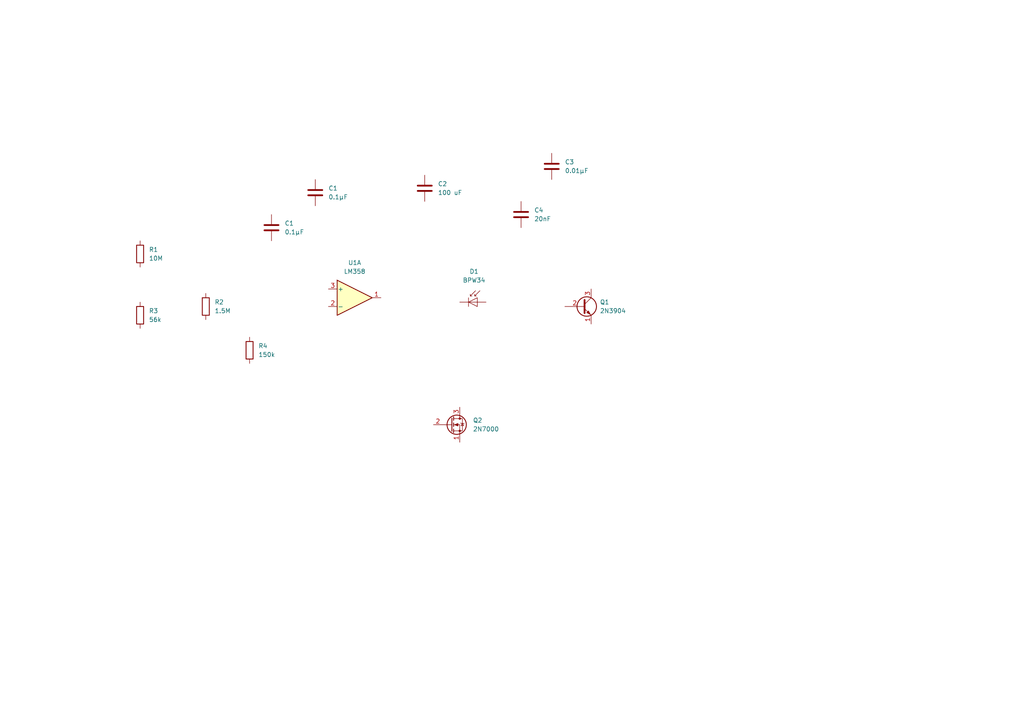
<source format=kicad_sch>
(kicad_sch (version 20211123) (generator eeschema)
  (paper "A4")
  (lib_symbols
    (symbol "Amplifier_Operational:LM358" (pin_names (offset 0.127))
      (property "Reference" "U" (at 0 5.08 0))
      (property "Value" "LM358" (at 0 -5.08 0))
      (symbol "LM358_1_1"
        (polyline (pts (xy -5.08 5.08) (xy 5.08 0) (xy -5.08 -5.08) (xy -5.08 5.08)) (stroke (width 0.254)) (fill (type background)))
        (pin output line (at 7.62 0 180) (length 2.54) (name "~") (number "1"))
        (pin input line (at -7.62 -2.54 0) (length 2.54) (name "-") (number "2"))
        (pin input line (at -7.62 2.54 0) (length 2.54) (name "+") (number "3"))
      )
      (symbol "LM358_2_1"
        (polyline (pts (xy -5.08 5.08) (xy 5.08 0) (xy -5.08 -5.08) (xy -5.08 5.08)) (stroke (width 0.254)) (fill (type background)))
        (pin input line (at -7.62 2.54 0) (length 2.54) (name "+") (number "5"))
        (pin input line (at -7.62 -2.54 0) (length 2.54) (name "-") (number "6"))
        (pin output line (at 7.62 0 180) (length 2.54) (name "~") (number "7"))
      )
      (symbol "LM358_3_1"
        (pin power_in line (at -2.54 -7.62 90) (length 3.81) (name "V-") (number "4"))
        (pin power_in line (at -2.54 7.62 270) (length 3.81) (name "V+") (number "8"))
      )
    )
    (symbol "Device:C" (pin_numbers hide) (pin_names (offset 0.254))
      (property "Reference" "C" (at 0.635 2.54 0))
      (property "Value" "C" (at 0.635 -2.54 0))
      (symbol "C_0_1"
        (polyline (pts (xy -2.032 -0.762) (xy 2.032 -0.762)) (stroke (width 0.508)))
        (polyline (pts (xy -2.032 0.762) (xy 2.032 0.762)) (stroke (width 0.508)))
      )
      (symbol "C_1_1"
        (pin passive line (at 0 3.81 270) (length 2.794) (name "~") (number "1"))
        (pin passive line (at 0 -3.81 90) (length 2.794) (name "~") (number "2"))
      )
    )
    (symbol "Device:R" (pin_numbers hide) (pin_names (offset 0))
      (property "Reference" "R" (at 2.032 0 90))
      (property "Value" "R" (at 0 0 90))
      (symbol "R_0_1"
        (rectangle (start -1.016 -2.54) (end 1.016 2.54) (stroke (width 0.254)))
      )
      (symbol "R_1_1"
        (pin passive line (at 0 3.81 270) (length 1.27) (name "~") (number "1"))
        (pin passive line (at 0 -3.81 90) (length 1.27) (name "~") (number "2"))
      )
    )
    (symbol "Sensor_Optical:BPW34" (pin_numbers hide) (pin_names (offset 1.016) hide)
      (property "Reference" "D" (at 0.508 1.778 0))
      (property "Value" "BPW34" (at -1.016 -2.794 0))
      (symbol "BPW34_0_1"
        (polyline (pts (xy -2.54 1.27) (xy -2.54 -1.27)) (stroke (width 0.1524)))
        (polyline (pts (xy -2.032 1.778) (xy -1.524 1.778)))
        (polyline (pts (xy 0 -1.27) (xy 0 1.27)))
        (polyline (pts (xy 0 0) (xy -2.54 0)))
        (polyline (pts (xy -0.508 3.302) (xy -2.032 1.778) (xy -2.032 2.286)))
        (polyline (pts (xy 0 1.27) (xy -2.54 0) (xy 0 -1.27)))
        (polyline (pts (xy 0.762 3.302) (xy -0.762 1.778) (xy -0.762 2.286) (xy -0.762 1.778) (xy -0.254 1.778)))
      )
      (symbol "BPW34_1_1"
        (pin passive line (at -5.08 0 0) (length 2.54) (name "K") (number "1"))
        (pin passive line (at 2.54 0 180) (length 2.54) (name "A") (number "2"))
      )
    )
    (symbol "Transistor_BJT:2N3904" (pin_names (offset 0) hide)
      (property "Reference" "Q" (at 5.08 1.905 0))
      (property "Value" "2N3904" (at 5.08 0 0))
      (symbol "2N3904_0_1"
        (polyline (pts (xy 0.635 0.635) (xy 2.54 2.54)))
        (polyline (pts (xy 0.635 -0.635) (xy 2.54 -2.54) (xy 2.54 -2.54)))
        (polyline (pts (xy 0.635 1.905) (xy 0.635 -1.905) (xy 0.635 -1.905)) (stroke (width 0.508)))
        (polyline (pts (xy 1.27 -1.778) (xy 1.778 -1.27) (xy 2.286 -2.286) (xy 1.27 -1.778) (xy 1.27 -1.778)) (fill (type outline)))
        (circle (center 1.27 0) (radius 2.8194) (stroke (width 0.254)))
      )
      (symbol "2N3904_1_1"
        (pin passive line (at 2.54 -5.08 90) (length 2.54) (name "E") (number "1"))
        (pin passive line (at -5.08 0 0) (length 5.715) (name "B") (number "2"))
        (pin passive line (at 2.54 5.08 270) (length 2.54) (name "C") (number "3"))
      )
    )
    (symbol "Transistor_FET:2N7000" (pin_names hide)
      (property "Reference" "Q" (at 5.08 1.905 0))
      (property "Value" "2N7000" (at 5.08 0 0))
      (symbol "2N7000_0_1"
        (polyline (pts (xy 0.254 0) (xy -2.54 0)))
        (polyline (pts (xy 0.254 1.905) (xy 0.254 -1.905)) (stroke (width 0.254)))
        (polyline (pts (xy 0.762 -1.27) (xy 0.762 -2.286)) (stroke (width 0.254)))
        (polyline (pts (xy 0.762 0.508) (xy 0.762 -0.508)) (stroke (width 0.254)))
        (polyline (pts (xy 0.762 2.286) (xy 0.762 1.27)) (stroke (width 0.254)))
        (polyline (pts (xy 2.54 2.54) (xy 2.54 1.778)))
        (polyline (pts (xy 2.54 -2.54) (xy 2.54 0) (xy 0.762 0)))
        (polyline (pts (xy 0.762 -1.778) (xy 3.302 -1.778) (xy 3.302 1.778) (xy 0.762 1.778)))
        (polyline (pts (xy 1.016 0) (xy 2.032 0.381) (xy 2.032 -0.381) (xy 1.016 0)) (fill (type outline)))
        (polyline (pts (xy 2.794 0.508) (xy 2.921 0.381) (xy 3.683 0.381) (xy 3.81 0.254)))
        (polyline (pts (xy 3.302 0.381) (xy 2.921 -0.254) (xy 3.683 -0.254) (xy 3.302 0.381)))
        (circle (center 1.651 0) (radius 2.794) (stroke (width 0.254)))
        (circle (center 2.54 -1.778) (radius 0.254) (fill (type outline)))
        (circle (center 2.54 1.778) (radius 0.254) (fill (type outline)))
      )
      (symbol "2N7000_1_1"
        (pin passive line (at 2.54 -5.08 90) (length 2.54) (name "S") (number "1"))
        (pin input line (at -5.08 0 0) (length 2.54) (name "G") (number "2"))
        (pin passive line (at 2.54 5.08 270) (length 2.54) (name "D") (number "3"))
      )
    )
  )
  (symbol (lib_id "Device:C") (at 91.44 55.88 0) (unit 1)
    (property "Reference" "C1" (at 95.25 54.6099 0) (effects (justify left)))
    (property "Value" "0.1µF" (at 95.25 57.1499 0) (effects (justify left)))
    (property "Footprint" "Capacitor_THT:CP_Axial_L10.0mm_D4.5mm_P15.00mm_Horizontal" (effects hide))
  )
  (symbol (lib_id "Transistor_BJT:2N3904") (at 168.91 88.9 0) (unit 1)
    (property "Reference" "Q1" (at 173.99 87.6299 0) (effects (justify left)))
    (property "Value" "2N3904" (at 173.99 90.1699 0) (effects (justify left)))
    (property "Footprint" "Package_TO_SOT_THT:TO-92_Inline" (effects hide))
    (property "Datasheet" "https://www.onsemi.com/pub/Collateral/2N3903-D.PDF" (effects hide))
  )
  (symbol (lib_id "Device:R") (at 59.69 88.9 0) (unit 1)
    (property "Reference" "R2" (at 62.23 87.6299 0) (effects (justify left)))
    (property "Value" "1.5M" (at 62.23 90.1699 0) (effects (justify left)))
    (property "Footprint" "Resistor_THT:R_Axial_DIN0207_L6.3mm_D2.5mm_P10.16mm_Horizontal" (effects hide))
  )
  (symbol (lib_id "Device:C") (at 78.74 66.04 0) (unit 1)
    (property "Reference" "C1" (at 82.55 64.7699 0) (effects (justify left)))
    (property "Value" "0.1µF" (at 82.55 67.3099 0) (effects (justify left)))
    (property "Footprint" "Capacitor_THT:CP_Axial_L10.0mm_D4.5mm_P15.00mm_Horizontal" (effects hide))
  )
  (symbol (lib_id "Device:R") (at 72.39 101.6 0) (unit 1)
    (property "Reference" "R4" (at 74.93 100.3299 0) (effects (justify left)))
    (property "Value" "150k" (at 74.93 102.8699 0) (effects (justify left)))
    (property "Footprint" "Resistor_THT:R_Axial_DIN0207_L6.3mm_D2.5mm_P10.16mm_Horizontal" (effects hide))
  )
  (symbol (lib_id "Device:C") (at 160.02 48.26 0) (unit 1)
    (property "Reference" "C3" (at 163.83 46.9899 0) (effects (justify left)))
    (property "Value" "0.01µF" (at 163.83 49.5299 0) (effects (justify left)))
    (property "Footprint" "Capacitor_THT:CP_Axial_L10.0mm_D4.5mm_P15.00mm_Horizontal" (effects hide))
  )
  (symbol (lib_id "Device:R") (at 40.64 73.66 0) (unit 1)
    (property "Reference" "R1" (at 43.18 72.3899 0) (effects (justify left)))
    (property "Value" "10M" (at 43.18 74.9299 0) (effects (justify left)))
    (property "Footprint" "Resistor_THT:R_Axial_DIN0207_L6.3mm_D2.5mm_P10.16mm_Horizontal" (effects hide))
  )
  (symbol (lib_id "Device:C") (at 151.13 62.23 0) (unit 1)
    (property "Reference" "C4" (at 154.94 60.9599 0) (effects (justify left)))
    (property "Value" "20nF" (at 154.94 63.4999 0) (effects (justify left)))
    (property "Footprint" "Capacitor_THT:CP_Axial_L10.0mm_D4.5mm_P15.00mm_Horizontal" (effects hide))
  )
  (symbol (lib_id "Transistor_FET:2N7000") (at 130.81 123.19 0) (unit 1)
    (property "Reference" "Q2" (at 137.16 121.9199 0) (effects (justify left)))
    (property "Value" "2N7000" (at 137.16 124.4599 0) (effects (justify left)))
    (property "Footprint" "Package_TO_SOT_THT:TO-92_Inline" (effects hide))
    (property "Datasheet" "https://www.onsemi.com/pub/Collateral/NDS7002A-D.PDF" (effects hide))
  )
  (symbol (lib_id "Sensor_Optical:BPW34") (at 138.43 87.63 0) (unit 1)
    (property "Reference" "D1" (at 137.5029 78.74 0))
    (property "Value" "BPW34" (at 137.5029 81.28 0))
    (property "Footprint" "OptoDevice:Osram_DIL2_4.3x4.65mm_P5.08mm" (effects hide))
    (property "Datasheet" "http://www.vishay.com/docs/81521/bpw34.pdf" (effects hide))
  )
  (symbol (lib_id "Device:R") (at 40.64 91.44 0) (unit 1)
    (property "Reference" "R3" (at 43.18 90.1699 0) (effects (justify left)))
    (property "Value" "56k" (at 43.18 92.7099 0) (effects (justify left)))
    (property "Footprint" "Resistor_THT:R_Axial_DIN0207_L6.3mm_D2.5mm_P10.16mm_Horizontal" (effects hide))
  )
  (symbol (lib_id "Amplifier_Operational:LM358") (at 102.87 86.36 0) (unit 1)
    (property "Reference" "U1" (at 102.87 76.2 0))
    (property "Value" "LM358" (at 102.87 78.74 0))
    (property "Footprint" "Package_DIP:DIP-8_W7.62mm" (effects hide))
    (property "Datasheet" "http://www.ti.com/lit/ds/symlink/lm2904-n.pdf" (effects hide))
  )
  (symbol (lib_id "Device:C") (at 123.19 54.61 0) (unit 1)
    (property "Reference" "C2" (at 127 53.3399 0) (effects (justify left)))
    (property "Value" "100 uF" (at 127 55.8799 0) (effects (justify left)))
    (property "Footprint" "Capacitor_THT:CP_Axial_L10.0mm_D4.5mm_P15.00mm_Horizontal" (effects hide))
  )
)
</source>
